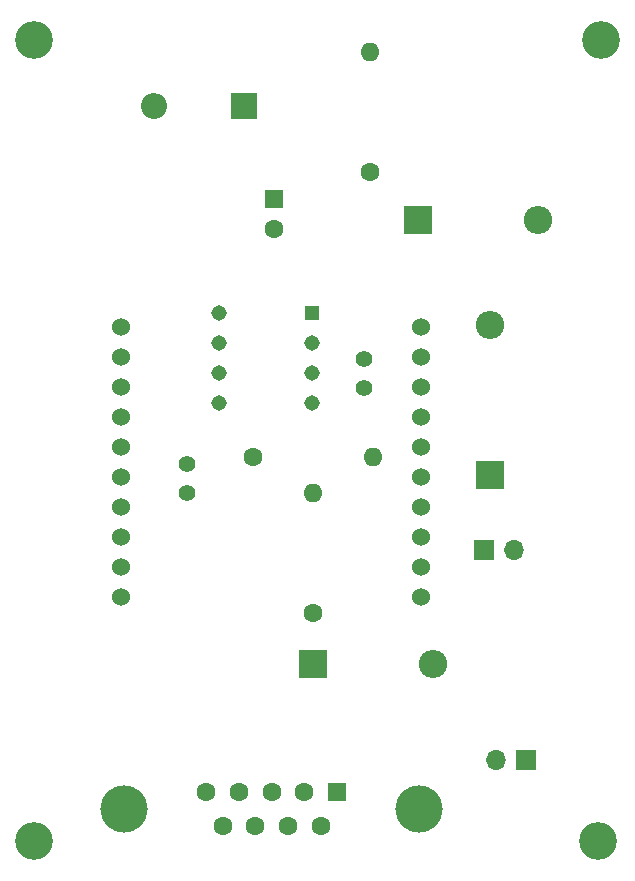
<source format=gts>
G04 #@! TF.GenerationSoftware,KiCad,Pcbnew,(5.1.4)-1*
G04 #@! TF.CreationDate,2019-12-12T15:35:04+01:00*
G04 #@! TF.ProjectId,LIN bus esp32,4c494e20-6275-4732-9065-737033322e6b,2*
G04 #@! TF.SameCoordinates,Original*
G04 #@! TF.FileFunction,Soldermask,Top*
G04 #@! TF.FilePolarity,Negative*
%FSLAX46Y46*%
G04 Gerber Fmt 4.6, Leading zero omitted, Abs format (unit mm)*
G04 Created by KiCad (PCBNEW (5.1.4)-1) date 2019-12-12 15:35:04*
%MOMM*%
%LPD*%
G04 APERTURE LIST*
%ADD10C,4.000000*%
%ADD11C,1.600000*%
%ADD12R,1.600000X1.600000*%
%ADD13O,1.700000X1.700000*%
%ADD14R,1.700000X1.700000*%
%ADD15O,1.600000X1.600000*%
%ADD16C,1.308000*%
%ADD17R,1.308000X1.308000*%
%ADD18O,2.400000X2.400000*%
%ADD19R,2.400000X2.400000*%
%ADD20O,2.200000X2.200000*%
%ADD21R,2.200000X2.200000*%
%ADD22C,1.400000*%
%ADD23C,3.200000*%
%ADD24C,1.524000*%
G04 APERTURE END LIST*
D10*
X136138000Y-113608000D03*
X161138000Y-113608000D03*
D11*
X144483000Y-115028000D03*
X147253000Y-115028000D03*
X150023000Y-115028000D03*
X152793000Y-115028000D03*
X143098000Y-112188000D03*
X145868000Y-112188000D03*
X148638000Y-112188000D03*
X151408000Y-112188000D03*
D12*
X154178000Y-112188000D03*
D13*
X167640000Y-109474000D03*
D14*
X170180000Y-109474000D03*
D11*
X148844000Y-64476000D03*
D12*
X148844000Y-61976000D03*
D15*
X152146000Y-86868000D03*
D11*
X152146000Y-97028000D03*
D15*
X156972000Y-49530000D03*
D11*
X156972000Y-59690000D03*
D15*
X157226000Y-83820000D03*
D11*
X147066000Y-83820000D03*
D13*
X169164000Y-91694000D03*
D14*
X166624000Y-91694000D03*
D16*
X144147000Y-74168000D03*
X144147000Y-76708000D03*
X144147000Y-71628000D03*
X144147000Y-79248000D03*
D17*
X152017000Y-71628000D03*
D16*
X152017000Y-79248000D03*
X152017000Y-74168000D03*
X152017000Y-76708000D03*
D18*
X167132000Y-72644000D03*
D19*
X167132000Y-85344000D03*
D18*
X162306000Y-101346000D03*
D19*
X152146000Y-101346000D03*
D18*
X171196000Y-63754000D03*
D19*
X161036000Y-63754000D03*
D20*
X138684000Y-54102000D03*
D21*
X146304000Y-54102000D03*
D22*
X141478000Y-84368000D03*
X141478000Y-86868000D03*
X156464000Y-75478000D03*
X156464000Y-77978000D03*
D23*
X128524000Y-116332000D03*
D24*
X135890000Y-72844000D03*
X135890000Y-75384000D03*
X135890000Y-77924000D03*
X135890000Y-80464000D03*
X135890000Y-83004000D03*
X135890000Y-85544000D03*
X135890000Y-88084000D03*
X135890000Y-90624000D03*
X135890000Y-93164000D03*
X135890000Y-95704000D03*
X161290000Y-72844000D03*
X161290000Y-75384000D03*
X161290000Y-77924000D03*
X161290000Y-80464000D03*
X161290000Y-83004000D03*
X161290000Y-85544000D03*
X161290000Y-88084000D03*
X161290000Y-90624000D03*
X161290000Y-93164000D03*
X161290000Y-95704000D03*
D23*
X128524000Y-48514000D03*
X176530000Y-48514000D03*
X176276000Y-116332000D03*
M02*

</source>
